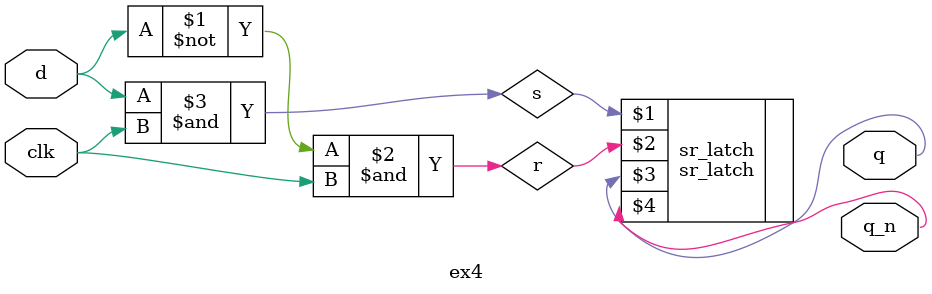
<source format=v>
module ex4
(
	input	clk,
	input	d,
	output q,
	output q_n
);
	wire r = ~d & clk;
	wire s = d & clk;
	
	sr_latch sr_latch (s, r, q, q_n);
endmodule


</source>
